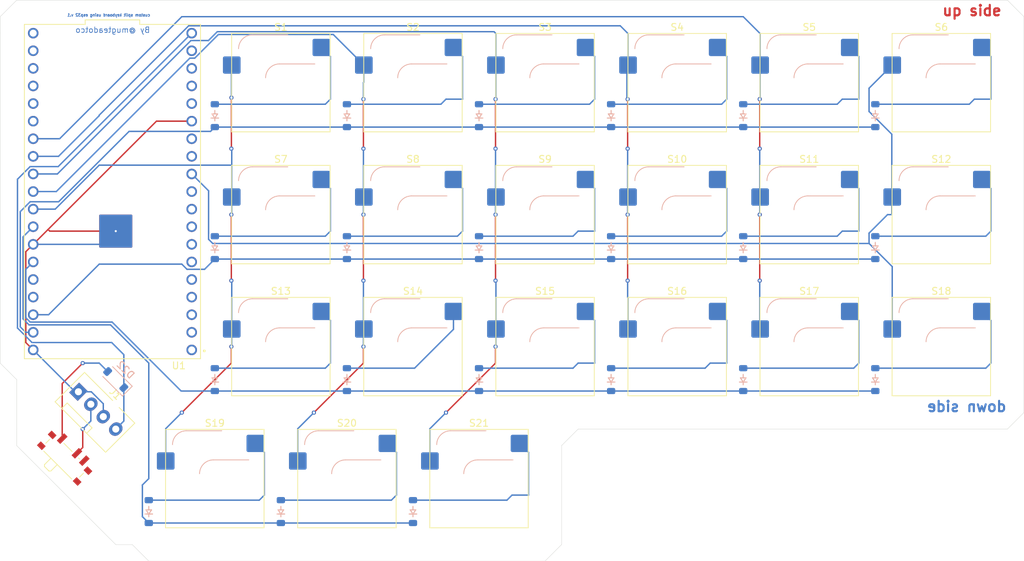
<source format=kicad_pcb>
(kicad_pcb (version 20241229) (generator "pcbnew") (generator_version "9.0")
  (layers (0 "F.Cu" signal) (2 "B.Cu" signal) (13 "F.Paste" user) (15 "B.Paste" user) (5 "F.SilkS" user "F.Silkscreen") (7 "B.SilkS" user "B.Silkscreen") (1 "F.Mask" user) (3 "B.Mask" user) (25 "Edge.Cuts" user))
  (net 0 "")
  (net 1 "Net-(D1-A)")
  (net 2 "Net-(D2-A)")
  (net 3 "Net-(D3-A)")
  (net 4 "Net-(D4-A)")
  (net 5 "Net-(D5-A)")
  (net 6 "Net-(D6-A)")
  (net 7 "Net-(D8-A)")
  (net 8 "Net-(D9-A)")
  (net 9 "Net-(D10-A)")
  (net 10 "Net-(D11-A)")
  (net 11 "Net-(D12-A)")
  (net 12 "Net-(D13-A)")
  (net 13 "Net-(D15-A)")
  (net 14 "Net-(D16-A)")
  (net 15 "Net-(D17-A)")
  (net 16 "Net-(D18-A)")
  (net 17 "Net-(D19-A)")
  (net 18 "Net-(D20-A)")
  (net 19 "col 0")
  (net 20 "row 0")
  (net 42 "Net-(D7-A)")
  (net 43 "Net-(D14-A)")
  (net 44 "Net-(D21-A)")
  (net 46 "vbus")
  (net 49 "gnd")
  (net 51 "sw2")
  (net 52 "Net-(D22-A)")
  (net 53 "row 1")
  (net 54 "row 2")
  (net 55 "row 3")
  (net 56 "col 1")
  (net 57 "col 2")
  (net 58 "col 3")
  (net 59 "col 4")
  (net 60 "col 5")
  (footprint "ScottoKeebs_Hotswap:Hotswap_MX_1.00u" (layer "F.Cu") (at 155.68125 53.2875)
    (property "Reference" "S12")
    (property "Value" "~")
  )
  (footprint "ScottoKeebs_Hotswap:Hotswap_MX_1.00u" (layer "F.Cu") (at 69.95625 91.3875)
    (property "Reference" "S20")
    (property "Value" "~")
  )
  (footprint "ScottoKeebs_Hotswap:Hotswap_MX_1.00u" (layer "F.Cu") (at 155.68125 34.2375)
    (property "Reference" "S6")
    (property "Value" "~")
  )
  (footprint "Connector:FanPinHeader_1x04_P2.54mm_Vertical" (layer "F.Cu") (at 31.230596 78.855596 -45)
    (property "Reference" "J1")
    (property "Value" "Conn_01x04")
  )
  (footprint "Button_Switch_SMD:SW_SPDT_PCM12" (layer "F.Cu") (at 29.475 88.217083 -45)
    (property "Reference" "SW1" (hide yes))
    (property "Value" "SW_SPDT" (hide yes))
  )
  (footprint "ScottoKeebs_Hotswap:Hotswap_MX_1.00u" (layer "F.Cu") (at 117.58125 34.2375)
    (property "Reference" "S4")
    (property "Value" "~")
  )
  (footprint "esp32s-mine:MODULE_NODEMCU-32S" (layer "F.Cu") (at 36.1425 49.95375 180)
    (property "Reference" "U1")
    (property "Value" "NODEMCU-32S")
  )
  (footprint "ScottoKeebs_Hotswap:Hotswap_MX_1.00u" (layer "F.Cu") (at 98.53125 72.3375)
    (property "Reference" "S15")
    (property "Value" "~")
  )
  (footprint "ScottoKeebs_Hotswap:Hotswap_MX_1.00u" (layer "F.Cu") (at 79.48125 72.3375)
    (property "Reference" "S14")
    (property "Value" "~")
  )
  (footprint "ScottoKeebs_Hotswap:Hotswap_MX_1.00u" (layer "F.Cu") (at 79.48125 34.2375)
    (property "Reference" "S2")
    (property "Value" "~")
  )
  (footprint "ScottoKeebs_Hotswap:Hotswap_MX_1.00u" (layer "F.Cu") (at 79.48125 53.2875)
    (property "Reference" "S8")
    (property "Value" "~")
  )
  (footprint "ScottoKeebs_Hotswap:Hotswap_MX_1.00u" (layer "F.Cu") (at 98.53125 34.2375)
    (property "Reference" "S3")
    (property "Value" "~")
  )
  (footprint "ScottoKeebs_Hotswap:Hotswap_MX_1.00u" (layer "F.Cu") (at 60.43125 34.2375)
    (property "Reference" "S1")
    (property "Value" "~")
  )
  (footprint "ScottoKeebs_Hotswap:Hotswap_MX_1.00u" (layer "F.Cu") (at 89.00625 91.3875)
    (property "Reference" "S21")
    (property "Value" "~")
  )
  (footprint "ScottoKeebs_Hotswap:Hotswap_MX_1.00u" (layer "F.Cu") (at 50.90625 91.3875)
    (property "Reference" "S19")
    (property "Value" "~")
  )
  (footprint "ScottoKeebs_Hotswap:Hotswap_MX_1.00u" (layer "F.Cu") (at 117.58125 72.3375)
    (property "Reference" "S16")
    (property "Value" "~")
  )
  (footprint "ScottoKeebs_Hotswap:Hotswap_MX_1.00u" (layer "F.Cu") (at 60.43125 72.3375)
    (property "Reference" "S13")
    (property "Value" "~")
  )
  (footprint "ScottoKeebs_Hotswap:Hotswap_MX_1.00u" (layer "F.Cu") (at 136.63125 34.2375)
    (property "Reference" "S5")
    (property "Value" "~")
  )
  (footprint "ScottoKeebs_Hotswap:Hotswap_MX_1.00u" (layer "F.Cu") (at 136.63125 53.2875)
    (property "Reference" "S11")
    (property "Value" "~")
  )
  (footprint "ScottoKeebs_Hotswap:Hotswap_MX_1.00u" (layer "F.Cu") (at 98.53125 53.2875)
    (property "Reference" "S9")
    (property "Value" "~")
  )
  (footprint "ScottoKeebs_Hotswap:Hotswap_MX_1.00u" (layer "F.Cu") (at 117.58125 53.2875)
    (property "Reference" "S10")
    (property "Value" "~")
  )
  (footprint "ScottoKeebs_Hotswap:Hotswap_MX_1.00u" (layer "F.Cu") (at 155.68125 72.3375)
    (property "Reference" "S18")
    (property "Value" "~")
  )
  (footprint "ScottoKeebs_Hotswap:Hotswap_MX_1.00u" (layer "F.Cu") (at 60.43125 53.2875)
    (property "Reference" "S7")
    (property "Value" "~")
  )
  (footprint "ScottoKeebs_Hotswap:Hotswap_MX_1.00u" (layer "F.Cu") (at 136.63125 72.3375)
    (property "Reference" "S17")
    (property "Value" "~")
  )
  (footprint "ScottoKeebs_Components:Diode_SOD-123" (layer "B.Cu") (at 89.00625 58.05 90)
    (property "Reference" "D9" (hide yes))
    (property "Value" "~")
  )
  (footprint "ScottoKeebs_Components:Diode_SOD-123" (layer "B.Cu") (at 50.90625 77.1 90)
    (property "Reference" "D13" (hide yes))
    (property "Value" "~")
  )
  (footprint "ScottoKeebs_Components:Diode_SOD-123" (layer "B.Cu") (at 127.10625 58.05 90)
    (property "Reference" "D11" (hide yes))
    (property "Value" "~")
  )
  (footprint "ScottoKeebs_Components:Diode_SOD-123" (layer "B.Cu") (at 69.95625 39 90)
    (property "Reference" "D2" (hide yes))
    (property "Value" "~")
  )
  (footprint "ScottoKeebs_Components:Diode_SOD-123" (layer "B.Cu") (at 108.05625 58.05 90)
    (property "Reference" "D10" (hide yes))
    (property "Value" "~")
  )
  (footprint "ScottoKeebs_Components:Diode_SOD-123" (layer "B.Cu") (at 108.05625 77.1 90)
    (property "Reference" "D16" (hide yes))
    (property "Value" "~")
  )
  (footprint "ScottoKeebs_Components:Diode_SOD-123" (layer "B.Cu") (at 41.38125 96.15 90)
    (property "Reference" "D19" (hide yes))
    (property "Value" "~")
  )
  (footprint "ScottoKeebs_Components:Diode_SOD-123" (layer "B.Cu") (at 108.05625 39 90)
    (property "Reference" "D4" (hide yes))
    (property "Value" "~")
  )
  (footprint "ScottoKeebs_Components:Diode_SOD-123" (layer "B.Cu") (at 146.15625 77.1 90)
    (property "Reference" "D18" (hide yes))
    (property "Value" "~")
  )
  (footprint "ScottoKeebs_Components:Diode_SOD-123" (layer "B.Cu") (at 146.15625 58.05 90)
    (property "Reference" "D12" (hide yes))
    (property "Value" "~")
  )
  (footprint "ScottoKeebs_Components:Diode_SOD-123" (layer "B.Cu") (at 127.10625 39 90)
    (property "Reference" "D5" (hide yes))
    (property "Value" "~")
  )
  (footprint "ScottoKeebs_Components:Diode_SOD-123" (layer "B.Cu") (at 79.48125 96.15 90)
    (property "Reference" "D21" (hide yes))
    (property "Value" "~")
  )
  (footprint "ScottoKeebs_Components:Diode_SOD-123" (layer "B.Cu") (at 50.90625 39 90)
    (property "Reference" "D1" (hide yes))
    (property "Value" "~")
  )
  (footprint "ScottoKeebs_Components:Diode_SOD-123" (layer "B.Cu") (at 50.90625 58.05 90)
    (property "Reference" "D7" (hide yes))
    (property "Value" "~")
  )
  (footprint "ScottoKeebs_Components:Diode_SOD-123" (layer "B.Cu") (at 127.10625 77.1 90)
    (property "Reference" "D17" (hide yes))
    (property "Value" "~")
  )
  (footprint "ScottoKeebs_Components:Diode_SOD-123" (layer "B.Cu") (at 69.95625 77.1 90)
    (property "Reference" "D14" (hide yes))
    (property "Value" "~")
  )
  (footprint "ScottoKeebs_Components:Diode_SOD-123" (layer "B.Cu") (at 89.00625 39 90)
    (property "Reference" "D3" (hide yes))
    (property "Value" "~")
  )
  (footprint "ScottoKeebs_Components:Diode_SOD-123" (layer "B.Cu") (at 146.15625 39 90)
    (property "Reference" "D6" (hide yes))
    (property "Value" "~")
  )
  (footprint "Diode_SMD:D_SOD-123" (layer "B.Cu") (at 36.61875 77.1 135)
    (property "Reference" "D22")
    (property "Value" "D_Schottky" (hide yes))
  )
  (footprint "ScottoKeebs_Components:Diode_SOD-123" (layer "B.Cu") (at 60.43125 96.15 90)
    (property "Reference" "D20" (hide yes))
    (property "Value" "~")
  )
  (footprint "ScottoKeebs_Components:Diode_SOD-123" (layer "B.Cu") (at 69.95625 58.05 90)
    (property "Reference" "D8" (hide yes))
    (property "Value" "~")
  )
  (footprint "ScottoKeebs_Components:Diode_SOD-123" (layer "B.Cu") (at 89.00625 77.1 90)
    (property "Reference" "D15" (hide yes))
    (property "Value" "~")
  )
  (gr_line (start 36.61875 100.9125) (end 39 100.9125) (stroke (width 0.05)) (layer "Edge.Cuts"))
  (gr_line (start 100.9125 100.9125) (end 98.53125 103.29375) (stroke (width 0.05)) (layer "Edge.Cuts"))
  (gr_line (start 22.33125 77.1) (end 22.33125 79.48125) (stroke (width 0.05)) (layer "Edge.Cuts"))
  (gr_line (start 22.33125 79.48125) (end 22.33125 84.24375) (stroke (width 0.05)) (layer "Edge.Cuts"))
  (gr_line (start 22.33125 77.1) (end 19.95 74.71875) (stroke (width 0.05)) (layer "Edge.Cuts"))
  (gr_line (start 22.33125 84.24375) (end 22.33125 86.625) (stroke (width 0.05)) (layer "Edge.Cuts"))
  (gr_line (start 22.33125 86.625) (end 36.61875 100.9125) (stroke (width 0.05)) (layer "Edge.Cuts"))
  (gr_line (start 98.53125 103.29375) (end 43.7625 103.29375) (stroke (width 0.05)) (layer "Edge.Cuts"))
  (gr_line (start 100.9125 86.625) (end 100.9125 100.9125) (stroke (width 0.05)) (layer "Edge.Cuts"))
  (gr_line (start 19.95 74.71875) (end 19.95 27.09375) (stroke (width 0.05)) (layer "Edge.Cuts"))
  (gr_line (start 41.38125 103.29375) (end 39 100.9125) (stroke (width 0.05)) (layer "Edge.Cuts"))
  (gr_line (start 19.95 24.7125) (end 22.33125 22.33125) (stroke (width 0.05)) (layer "Edge.Cuts"))
  (gr_line (start 22.33125 22.33125) (end 162.825 22.33125) (stroke (width 0.05)) (layer "Edge.Cuts"))
  (gr_line (start 43.7625 103.29375) (end 41.38125 103.29375) (stroke (width 0.05)) (layer "Edge.Cuts"))
  (gr_line (start 165.20625 84.24375) (end 103.29375 84.24375) (stroke (width 0.05)) (layer "Edge.Cuts"))
  (gr_line (start 167.5875 81.8625) (end 165.20625 84.24375) (stroke (width 0.05)) (layer "Edge.Cuts"))
  (gr_line (start 165.20625 22.33125) (end 167.5875 24.7125) (stroke (width 0.05)) (layer "Edge.Cuts"))
  (gr_line (start 162.825 22.33125) (end 165.20625 22.33125) (stroke (width 0.05)) (layer "Edge.Cuts"))
  (gr_line (start 19.95 27.09375) (end 19.95 24.7125) (stroke (width 0.05)) (layer "Edge.Cuts"))
  (gr_line (start 103.29375 84.24375) (end 100.9125 86.625) (stroke (width 0.05)) (layer "Edge.Cuts"))
  (gr_line (start 167.5875 24.7125) (end 167.5875 81.8625) (stroke (width 0.05)) (layer "Edge.Cuts"))
  (gr_text "up side" (at 155.68125 24.7125 0) (layer "F.Cu") (effects (font (size 1.5 1.5) (thickness 0.3) (bold yes)) (justify left bottom)))
  (gr_text "down side" (at 165.20625 81.8625 -0) (layer "B.Cu") (effects (font (size 1.5 1.5) (thickness 0.3) (bold yes)) (justify left bottom mirror)))
  (gr_text "custom split keyboard using esp32 v.1" (at 41.618812 24.7125 -0) (layer "B.Cu") (effects (font (size 0.4 0.4) (thickness 0.1) (bold yes)) (justify left bottom mirror)))
  (gr_text "By @mugteadotco" (at 41.618812 27.09375 0) (layer "B.Cu") (effects (font (size 0.8 0.8) (thickness 0.1) (bold yes)) (justify left bottom mirror)))
  (segment (start 66.27325 29.1575) (end 67.575 30.45925) (width 0.2) (layer "B.Cu") (net 1))
  (segment (start 67.575 36.61875) (end 66.84375 37.35) (width 0.2) (layer "B.Cu") (net 1))
  (segment (start 66.84375 37.35) (end 50.90625 37.35) (width 0.2) (layer "B.Cu") (net 1))
  (segment (start 67.575 30.45925) (end 67.575 36.61875) (width 0.2) (layer "B.Cu") (net 1))
  (segment (start 84.24375 36.61875) (end 83.5125 37.35) (width 0.2) (layer "B.Cu") (net 2))
  (segment (start 85.32325 29.1575) (end 86.625 30.45925) (width 0.2) (layer "B.Cu") (net 2))
  (segment (start 86.625 36.61875) (end 84.24375 36.61875) (width 0.2) (layer "B.Cu") (net 2))
  (segment (start 83.5125 37.35) (end 69.95625 37.35) (width 0.2) (layer "B.Cu") (net 2))
  (segment (start 86.625 30.45925) (end 86.625 36.61875) (width 0.2) (layer "B.Cu") (net 2))
  (segment (start 104.37325 29.1575) (end 105.675 30.45925) (width 0.2) (layer "B.Cu") (net 3))
  (segment (start 105.675 30.45925) (end 105.675 36.61875) (width 0.2) (layer "B.Cu") (net 3))
  (segment (start 104.94375 37.35) (end 89.00625 37.35) (width 0.2) (layer "B.Cu") (net 3))
  (segment (start 105.675 36.61875) (end 104.94375 37.35) (width 0.2) (layer "B.Cu") (net 3))
  (segment (start 123.99375 37.35) (end 108.05625 37.35) (width 0.2) (layer "B.Cu") (net 4))
  (segment (start 124.725 36.61875) (end 123.99375 37.35) (width 0.2) (layer "B.Cu") (net 4))
  (segment (start 124.725 30.45925) (end 124.725 36.61875) (width 0.2) (layer "B.Cu") (net 4))
  (segment (start 123.42325 29.1575) (end 124.725 30.45925) (width 0.2) (layer "B.Cu") (net 4))
  (segment (start 140.6625 37.35) (end 127.10625 37.35) (width 0.2) (layer "B.Cu") (net 5))
  (segment (start 143.775 36.61875) (end 141.39375 36.61875) (width 0.2) (layer "B.Cu") (net 5))
  (segment (start 141.39375 36.61875) (end 140.6625 37.35) (width 0.2) (layer "B.Cu") (net 5))
  (segment (start 143.775 30.45925) (end 143.775 36.61875) (width 0.2) (layer "B.Cu") (net 5))
  (segment (start 142.47325 29.1575) (end 143.775 30.45925) (width 0.2) (layer "B.Cu") (net 5))
  (segment (start 159.7125 37.35) (end 146.15625 37.35) (width 0.2) (layer "B.Cu") (net 6))
  (segment (start 161.52325 29.1575) (end 162.825 30.45925) (width 0.2) (layer "B.Cu") (net 6))
  (segment (start 162.825 30.45925) (end 162.825 36.61875) (width 0.2) (layer "B.Cu") (net 6))
  (segment (start 160.44375 36.61875) (end 159.7125 37.35) (width 0.2) (layer "B.Cu") (net 6))
  (segment (start 162.825 36.61875) (end 160.44375 36.61875) (width 0.2) (layer "B.Cu") (net 6))
  (segment (start 86.625 49.50925) (end 86.625 55.66875) (width 0.2) (layer "B.Cu") (net 7))
  (segment (start 85.32325 48.2075) (end 86.625 49.50925) (width 0.2) (layer "B.Cu") (net 7))
  (segment (start 86.625 55.66875) (end 85.89375 56.4) (width 0.2) (layer "B.Cu") (net 7))
  (segment (start 85.89375 56.4) (end 69.95625 56.4) (width 0.2) (layer "B.Cu") (net 7))
  (segment (start 104.37325 48.2075) (end 105.675 49.50925) (width 0.2) (layer "B.Cu") (net 8))
  (segment (start 105.675 49.50925) (end 105.675 55.66875) (width 0.2) (layer "B.Cu") (net 8))
  (segment (start 103.29375 55.66875) (end 102.5625 56.4) (width 0.2) (layer "B.Cu") (net 8))
  (segment (start 105.675 55.66875) (end 103.29375 55.66875) (width 0.2) (layer "B.Cu") (net 8))
  (segment (start 102.5625 56.4) (end 89.00625 56.4) (width 0.2) (layer "B.Cu") (net 8))
  (segment (start 123.99375 56.4) (end 108.05625 56.4) (width 0.2) (layer "B.Cu") (net 9))
  (segment (start 124.725 49.50925) (end 124.725 55.66875) (width 0.2) (layer "B.Cu") (net 9))
  (segment (start 124.725 55.66875) (end 123.99375 56.4) (width 0.2) (layer "B.Cu") (net 9))
  (segment (start 123.42325 48.2075) (end 124.725 49.50925) (width 0.2) (layer "B.Cu") (net 9))
  (segment (start 140.6625 56.4) (end 127.10625 56.4) (width 0.2) (layer "B.Cu") (net 10))
  (segment (start 143.775 49.50925) (end 143.775 55.66875) (width 0.2) (layer "B.Cu") (net 10))
  (segment (start 143.775 55.66875) (end 141.39375 55.66875) (width 0.2) (layer "B.Cu") (net 10))
  (segment (start 141.39375 55.66875) (end 140.6625 56.4) (width 0.2) (layer "B.Cu") (net 10))
  (segment (start 142.47325 48.2075) (end 143.775 49.50925) (width 0.2) (layer "B.Cu") (net 10))
  (segment (start 146.15625 56.4) (end 162.09375 56.4) (width 0.2) (layer "B.Cu") (net 11))
  (segment (start 162.825 49.50925) (end 161.52325 48.2075) (width 0.2) (layer "B.Cu") (net 11))
  (segment (start 162.09375 56.4) (end 162.825 55.66875) (width 0.2) (layer "B.Cu") (net 11))
  (segment (start 162.825 55.66875) (end 162.825 49.50925) (width 0.2) (layer "B.Cu") (net 11))
  (segment (start 66.27325 67.2575) (end 67.575 68.55925) (width 0.2) (layer "B.Cu") (net 12))
  (segment (start 66.84375 75.45) (end 50.90625 75.45) (width 0.2) (layer "B.Cu") (net 12))
  (segment (start 67.575 74.71875) (end 66.84375 75.45) (width 0.2) (layer "B.Cu") (net 12))
  (segment (start 67.575 68.55925) (end 67.575 74.71875) (width 0.2) (layer "B.Cu") (net 12))
  (segment (start 105.675 74.71875) (end 103.29375 74.71875) (width 0.2) (layer "B.Cu") (net 13))
  (segment (start 105.675 68.55925) (end 105.675 74.71875) (width 0.2) (layer "B.Cu") (net 13))
  (segment (start 104.37325 67.2575) (end 105.675 68.55925) (width 0.2) (layer "B.Cu") (net 13))
  (segment (start 103.29375 74.71875) (end 102.5625 75.45) (width 0.2) (layer "B.Cu") (net 13))
  (segment (start 102.5625 75.45) (end 89.00625 75.45) (width 0.2) (layer "B.Cu") (net 13))
  (segment (start 121.6125 75.45) (end 108.05625 75.45) (width 0.2) (layer "B.Cu") (net 14))
  (segment (start 123.42325 67.2575) (end 124.725 68.55925) (width 0.2) (layer "B.Cu") (net 14))
  (segment (start 124.725 68.55925) (end 124.725 74.71875) (width 0.2) (layer "B.Cu") (net 14))
  (segment (start 124.725 74.71875) (end 122.34375 74.71875) (width 0.2) (layer "B.Cu") (net 14))
  (segment (start 122.34375 74.71875) (end 121.6125 75.45) (width 0.2) (layer "B.Cu") (net 14))
  (segment (start 143.04375 75.45) (end 127.10625 75.45) (width 0.2) (layer "B.Cu") (net 15))
  (segment (start 143.775 68.55925) (end 143.775 74.71875) (width 0.2) (layer "B.Cu") (net 15))
  (segment (start 142.47325 67.2575) (end 143.775 68.55925) (width 0.2) (layer "B.Cu") (net 15))
  (segment (start 143.775 74.71875) (end 143.04375 75.45) (width 0.2) (layer "B.Cu") (net 15))
  (segment (start 162.825 74.71875) (end 162.09375 75.45) (width 0.2) (layer "B.Cu") (net 16))
  (segment (start 162.09375 75.45) (end 146.15625 75.45) (width 0.2) (layer "B.Cu") (net 16))
  (segment (start 162.825 68.55925) (end 162.825 74.71875) (width 0.2) (layer "B.Cu") (net 16))
  (segment (start 161.52325 67.2575) (end 162.825 68.55925) (width 0.2) (layer "B.Cu") (net 16))
  (segment (start 56.74825 86.3075) (end 58.05 87.60925) (width 0.2) (layer "B.Cu") (net 17))
  (segment (start 58.05 87.60925) (end 58.05 93.76875) (width 0.2) (layer "B.Cu") (net 17))
  (segment (start 58.05 93.76875) (end 57.31875 94.5) (width 0.2) (layer "B.Cu") (net 17))
  (segment (start 57.31875 94.5) (end 41.38125 94.5) (width 0.2) (layer "B.Cu") (net 17))
  (segment (start 77.1 87.60925) (end 77.1 93.76875) (width 0.2) (layer "B.Cu") (net 18))
  (segment (start 77.1 93.76875) (end 76.36875 94.5) (width 0.2) (layer "B.Cu") (net 18))
  (segment (start 75.79825 86.3075) (end 77.1 87.60925) (width 0.2) (layer "B.Cu") (net 18))
  (segment (start 76.36875 94.5) (end 60.43125 94.5) (width 0.2) (layer "B.Cu") (net 18))
  (segment (start 53.2875 53.2875) (end 53.2875 62.8125) (width 0.2) (layer "F.Cu") (net 19))
  (segment (start 53.298388 43.751612) (end 53.2875 43.7625) (width 0.2) (layer "F.Cu") (net 19))
  (segment (start 53.2875 74.71875) (end 53.2875 72.3375) (width 0.2) (layer "F.Cu") (net 19))
  (segment (start 46.14375 81.8625) (end 53.2875 74.71875) (width 0.2) (layer "F.Cu") (net 19))
  (segment (start 53.298388 36.4) (end 53.298388 43.751612) (width 0.2) (layer "F.Cu") (net 19))
  (via (at 46.14375 81.8625) (size 0.6) (drill 0.3) (layers "F.Cu" "B.Cu") (net 19))
  (via (at 53.2875 62.8125) (size 0.6) (drill 0.3) (layers "F.Cu" "B.Cu") (net 19))
  (via (at 53.2875 72.3375) (size 0.6) (drill 0.3) (layers "F.Cu" "B.Cu") (net 19))
  (via (at 53.2875 43.7625) (size 0.6) (drill 0.3) (layers "F.Cu" "B.Cu") (net 19))
  (via (at 53.2875 53.2875) (size 0.6) (drill 0.3) (layers "F.Cu" "B.Cu") (net 19))
  (via (at 53.298388 36.4) (size 0.6) (drill 0.3) (layers "F.Cu" "B.Cu") (net 19))
  (segment (start 43.82125 88.8475) (end 43.82125 84.185) (width 0.2) (layer "B.Cu") (net 19))
  (segment (start 24.7125 52.49375) (end 27.8875 52.49375) (width 0.2) (layer "B.Cu") (net 19))
  (segment (start 53.2875 43.7625) (end 53.34625 43.82125) (width 0.2) (layer "B.Cu") (net 19))
  (segment (start 53.34625 31.6975) (end 53.298388 31.745362) (width 0.2) (layer "B.Cu") (net 19))
  (segment (start 27.8875 52.49375) (end 34.2375 46.14375) (width 0.2) (layer "B.Cu") (net 19))
  (segment (start 43.82125 84.185) (end 46.14375 81.8625) (width 0.2) (layer "B.Cu") (net 19))
  (segment (start 53.34625 53.22875) (end 53.34625 50.7475) (width 0.2) (layer "B.Cu") (net 19))
  (segment (start 53.2875 53.2875) (end 53.34625 53.22875) (width 0.2) (layer "B.Cu") (net 19))
  (segment (start 53.2875 62.8125) (end 53.34625 62.87125) (width 0.2) (layer "B.Cu") (net 19))
  (segment (start 53.298388 31.745362) (end 53.298388 36.4) (width 0.2) (layer "B.Cu") (net 19))
  (segment (start 53.34625 72.27875) (end 53.34625 69.7975) (width 0.2) (layer "B.Cu") (net 19))
  (segment (start 53.2875 72.3375) (end 53.34625 72.27875) (width 0.2) (layer "B.Cu") (net 19))
  (segment (start 53.34625 46.14375) (end 53.34625 50.7475) (width 0.2) (layer "B.Cu") (net 19))
  (segment (start 53.34625 31.6975) (end 52.3865 32.65725) (width 0.2) (layer "B.Cu") (net 19))
  (segment (start 53.34625 43.82125) (end 53.34625 46.14375) (width 0.2) (layer "B.Cu") (net 19))
  (segment (start 53.34625 62.87125) (end 53.34625 69.7975) (width 0.2) (layer "B.Cu") (net 19))
  (segment (start 34.2375 46.14375) (end 53.34625 46.14375) (width 0.2) (layer "B.Cu") (net 19))
  (segment (start 23.63487 70.27375) (end 22.8475 69.48638) (width 0.2) (layer "B.Cu") (net 20))
  (segment (start 24.7125 70.27375) (end 23.63487 70.27375) (width 0.2) (layer "B.Cu") (net 20))
  (segment (start 38.5434 41.27075) (end 50.2855 41.27075) (width 0.2) (layer "B.Cu") (net 20))
  (segment (start 28.3834 51.43075) (end 38.5434 41.27075) (width 0.2) (layer "B.Cu") (net 20))
  (segment (start 22.8475 52.85544) (end 24.27219 51.43075) (width 0.2) (layer "B.Cu") (net 20))
  (segment (start 22.8475 69.48638) (end 22.8475 52.85544) (width 0.2) (layer "B.Cu") (net 20))
  (segment (start 50.2855 41.27075) (end 50.90625 40.65) (width 0.2) (layer "B.Cu") (net 20))
  (segment (start 24.27219 51.43075) (end 28.3834 51.43075) (width 0.2) (layer "B.Cu") (net 20))
  (segment (start 146.15625 40.65) (end 50.90625 40.65) (width 0.2) (layer "B.Cu") (net 20))
  (segment (start 67.575 49.50925) (end 67.575 55.66875) (width 0.2) (layer "B.Cu") (net 42))
  (segment (start 67.575 55.66875) (end 66.84375 56.4) (width 0.2) (layer "B.Cu") (net 42))
  (segment (start 66.27325 48.2075) (end 67.575 49.50925) (width 0.2) (layer "B.Cu") (net 42))
  (segment (start 66.84375 56.4) (end 50.90625 56.4) (width 0.2) (layer "B.Cu") (net 42))
  (segment (start 79.714924 75.45) (end 85.32325 69.841674) (width 0.2) (layer "B.Cu") (net 43))
  (segment (start 69.95625 75.45) (end 79.714924 75.45) (width 0.2) (layer "B.Cu") (net 43))
  (segment (start 85.32325 69.841674) (end 85.32325 67.2575) (width 0.2) (layer "B.Cu") (net 43))
  (segment (start 96.15 93.76875) (end 93.76875 93.76875) (width 0.2) (layer "B.Cu") (net 44))
  (segment (start 93.76875 93.76875) (end 93.0375 94.5) (width 0.2) (layer "B.Cu") (net 44))
  (segment (start 94.84825 86.3075) (end 96.15 87.60925) (width 0.2) (layer "B.Cu") (net 44))
  (segment (start 93.0375 94.5) (end 79.48125 94.5) (width 0.2) (layer "B.Cu") (net 44))
  (segment (start 96.15 87.60925) (end 96.15 93.76875) (width 0.2) (layer "B.Cu") (net 44))
  (segment (start 37.785476 78.266726) (end 37.785476 73.504226) (width 0.2) (layer "B.Cu") (net 46))
  (segment (start 37.785476 83.077024) (end 37.785476 78.266726) (width 0.2) (layer "B.Cu") (net 46))
  (segment (start 24.27219 46.35075) (end 28.3155 46.35075) (width 0.2) (layer "B.Cu") (net 46))
  (segment (start 22.4465 69.65248) (end 22.4465 48.17644) (width 0.2) (layer "B.Cu") (net 46))
  (segment (start 37.785476 73.504226) (end 36.032 71.75075) (width 0.2) (layer "B.Cu") (net 46))
  (segment (start 36.61875 84.24375) (end 37.785476 83.077024) (width 0.2) (layer "B.Cu") (net 46))
  (segment (start 22.4465 48.17644) (end 24.27219 46.35075) (width 0.2) (layer "B.Cu") (net 46))
  (segment (start 24.54477 71.75075) (end 22.4465 69.65248) (width 0.2) (layer "B.Cu") (net 46))
  (segment (start 36.032 71.75075) (end 24.54477 71.75075) (width 0.2) (layer "B.Cu") (net 46))
  (segment (start 28.3155 46.35075) (end 47.5725 27.09375) (width 0.2) (layer "B.Cu") (net 46))
  (segment (start 23.6495 58.63675) (end 23.6495 71.75075) (width 0.2) (layer "F.Cu") (net 49))
  (segment (start 42.4925 39.79375) (end 26.855625 55.430625) (width 0.2) (layer "F.Cu") (net 49))
  (segment (start 23.6495 71.75075) (end 24.7125 72.81375) (width 0.2) (layer "F.Cu") (net 49))
  (segment (start 47.5725 39.79375) (end 42.4925 39.79375) (width 0.2) (layer "F.Cu") (net 49))
  (segment (start 36.61875 55.66875) (end 27.09375 55.66875) (width 0.2) (layer "F.Cu") (net 49))
  (segment (start 24.7125 57.57375) (end 23.6495 58.63675) (width 0.2) (layer "F.Cu") (net 49))
  (segment (start 26.855625 55.430625) (end 24.7125 57.57375) (width 0.2) (layer "F.Cu") (net 49))
  (segment (start 27.09375 55.66875) (end 26.855625 55.430625) (width 0.2) (layer "F.Cu") (net 49))
  (via (at 36.61875 55.66875) (size 0.6) (drill 0.3) (layers "F.Cu" "B.Cu") (net 49))
  (segment (start 34.71375 57.57375) (end 24.7125 57.57375) (width 0.2) (layer "B.Cu") (net 49))
  (segment (start 31.230596 78.855596) (end 30.754346 78.855596) (width 0.2) (layer "B.Cu") (net 49))
  (segment (start 33.091702 78.855596) (end 31.230596 78.855596) (width 0.2) (layer "B.Cu") (net 49))
  (segment (start 34.822698 80.586592) (end 33.091702 78.855596) (width 0.2) (layer "B.Cu") (net 49))
  (segment (start 30.754346 78.855596) (end 24.7125 72.81375) (width 0.2) (layer "B.Cu") (net 49))
  (segment (start 34.822698 82.447698) (end 34.822698 80.586592) (width 0.2) (layer "B.Cu") (net 49))
  (segment (start 36.61875 55.66875) (end 34.71375 57.57375) (width 0.2) (layer "B.Cu") (net 49))
  (segment (start 31.85625 86.896493) (end 31.016493 87.73625) (width 0.2) (layer "F.Cu") (net 51))
  (segment (start 31.85625 84.24375) (end 31.85625 86.896493) (width 0.2) (layer "F.Cu") (net 51))
  (via (at 31.85625 84.24375) (size 0.6) (drill 0.3) (layers "F.Cu" "B.Cu") (net 51))
  (segment (start 33.026647 83.073353) (end 31.85625 84.24375) (width 0.2) (layer "B.Cu") (net 51))
  (segment (start 33.026647 80.651647) (end 33.026647 83.073353) (width 0.2) (layer "B.Cu") (net 51))
  (segment (start 28.895172 85.61493) (end 28.895172 77.679828) (width 0.2) (layer "F.Cu") (net 52))
  (segment (start 28.895172 77.679828) (end 31.85625 74.71875) (width 0.2) (layer "F.Cu") (net 52))
  (via (at 31.85625 74.71875) (size 0.6) (drill 0.3) (layers "F.Cu" "B.Cu") (net 52))
  (segment (start 34.2375 74.71875) (end 35.452024 75.933274) (width 0.2) (layer "B.Cu") (net 52))
  (segment (start 31.85625 74.71875) (end 34.2375 74.71875) (width 0.2) (layer "B.Cu") (net 52))
  (segment (start 49.4295 61.17675) (end 50.90625 59.7) (width 0.2) (layer "B.Cu") (net 53))
  (segment (start 146.15625 59.7) (end 50.90625 59.7) (width 0.2) (layer "B.Cu") (net 53))
  (segment (start 46.14375 60.43125) (end 46.88925 61.17675) (width 0.2) (layer "B.Cu") (net 53))
  (segment (start 34.2375 60.43125) (end 46.14375 60.43125) (width 0.2) (layer "B.Cu") (net 53))
  (segment (start 24.7125 67.73375) (end 26.935 67.73375) (width 0.2) (layer "B.Cu") (net 53))
  (segment (start 46.88925 61.17675) (end 49.4295 61.17675) (width 0.2) (layer "B.Cu") (net 53))
  (segment (start 26.935 67.73375) (end 34.2375 60.43125) (width 0.2) (layer "B.Cu") (net 53))
  (segment (start 24.27219 68.79675) (end 23.6495 68.17406) (width 0.2) (layer "B.Cu") (net 54))
  (segment (start 36.09425 68.79675) (end 24.27219 68.79675) (width 0.2) (layer "B.Cu") (net 54))
  (segment (start 146.15625 78.75) (end 50.90625 78.75) (width 0.2) (layer "B.Cu") (net 54))
  (segment (start 23.6495 68.17406) (end 23.6495 61.17675) (width 0.2) (layer "B.Cu") (net 54))
  (segment (start 46.0475 78.75) (end 36.09425 68.79675) (width 0.2) (layer "B.Cu") (net 54))
  (segment (start 50.90625 78.75) (end 46.0475 78.75) (width 0.2) (layer "B.Cu") (net 54))
  (segment (start 23.6495 61.17675) (end 24.7125 60.11375) (width 0.2) (layer "B.Cu") (net 54))
  (segment (start 35.86025 69.19775) (end 24.10609 69.19775) (width 0.2) (layer "B.Cu") (net 55))
  (segment (start 41.38125 74.71875) (end 35.86025 69.19775) (width 0.2) (layer "B.Cu") (net 55))
  (segment (start 24.10609 69.19775) (end 23.2485 68.34016) (width 0.2) (layer "B.Cu") (net 55))
  (segment (start 41.38125 97.8) (end 79.48125 97.8) (width 0.2) (layer "B.Cu") (net 55))
  (segment (start 41.38125 74.71875) (end 41.38125 91.3875) (width 0.2) (layer "B.Cu") (net 55))
  (segment (start 41.38125 91.3875) (end 40.461571 92.307179) (width 0.2) (layer "B.Cu") (net 55))
  (segment (start 40.461571 96.880321) (end 41.38125 97.8) (width 0.2) (layer "B.Cu") (net 55))
  (segment (start 40.461571 92.307179) (end 40.461571 96.880321) (width 0.2) (layer "B.Cu") (net 55))
  (segment (start 23.2485 56.49775) (end 24.7125 55.03375) (width 0.2) (layer "B.Cu") (net 55))
  (segment (start 23.2485 68.34016) (end 23.2485 56.49775) (width 0.2) (layer "B.Cu") (net 55))
  (segment (start 72.3375 62.8125) (end 72.3375 53.2875) (width 0.2) (layer "F.Cu") (net 56))
  (segment (start 72.3375 43.7625) (end 72.3375 36.61875) (width 0.2) (layer "F.Cu") (net 56))
  (segment (start 72.3375 74.71875) (end 72.3375 72.3375) (width 0.2) (layer "F.Cu") (net 56))
  (segment (start 65.19375 81.8625) (end 72.3375 74.71875) (width 0.2) (layer "F.Cu") (net 56))
  (via (at 65.19375 81.8625) (size 0.6) (drill 0.3) (layers "F.Cu" "B.Cu") (net 56))
  (via (at 72.3375 53.2875) (size 0.6) (drill 0.3) (layers "F.Cu" "B.Cu") (net 56))
  (via (at 72.3375 72.3375) (size 0.6) (drill 0.3) (layers "F.Cu" "B.Cu") (net 56))
  (via (at 72.3375 62.8125) (size 0.6) (drill 0.3) (layers "F.Cu" "B.Cu") (net 56))
  (via (at 72.3375 43.7625) (size 0.6) (drill 0.3) (layers "F.Cu" "B.Cu") (net 56))
  (via (at 72.3375 36.61875) (size 0.6) (drill 0.3) (layers "F.Cu" "B.Cu") (net 56))
  (segment (start 72.39625 34.17875) (end 72.39625 31.6975) (width 0.2) (layer "B.Cu") (net 56))
  (segment (start 72.3375 34.2375) (end 72.39625 34.17875) (width 0.2) (layer "B.Cu") (net 56))
  (segment (start 67.98025 27.2815) (end 72.39625 31.6975) (width 0.2) (layer "B.Cu") (net 56))
  (segment (start 51.42806 27.2815) (end 67.98025 27.2815) (width 0.2) (layer "B.Cu") (net 56))
  (segment (start 72.3375 72.3375) (end 72.3375 62.8125) (width 0.2) (layer "B.Cu") (net 56))
  (segment (start 62.87125 88.8475) (end 62.87125 84.185) (width 0.2) (layer "B.Cu") (net 56))
  (segment (start 24.7125 49.95375) (end 28.04625 49.95375) (width 0.2) (layer "B.Cu") (net 56))
  (segment (start 62.87125 84.185) (end 65.19375 81.8625) (width 0.2) (layer "B.Cu") (net 56))
  (segment (start 47.30325 30.69675) (end 48.01281 30.69675) (width 0.2) (layer "B.Cu") (net 56))
  (segment (start 72.3375 53.2875) (end 72.3375 43.7625) (width 0.2) (layer "B.Cu") (net 56))
  (segment (start 48.01281 30.69675) (end 51.42806 27.2815) (width 0.2) (layer "B.Cu") (net 56))
  (segment (start 72.3375 36.61875) (end 72.3375 34.2375) (width 0.2) (layer "B.Cu") (net 56))
  (segment (start 28.04625 49.95375) (end 47.30325 30.69675) (width 0.2) (layer "B.Cu") (net 56))
  (segment (start 91.3875 53.2875) (end 91.3875 62.8125) (width 0.2) (layer "F.Cu") (net 57))
  (segment (start 91.3875 36.61875) (end 91.3875 43.7625) (width 0.2) (layer "F.Cu") (net 57))
  (segment (start 91.3875 74.71875) (end 91.3875 72.3375) (width 0.2) (layer "F.Cu") (net 57))
  (segment (start 84.24375 81.8625) (end 91.3875 74.71875) (width 0.2) (layer "F.Cu") (net 57))
  (via (at 84.24375 81.8625) (size 0.6) (drill 0.3) (layers "F.Cu" "B.Cu") (net 57))
  (via (at 91.3875 36.61875) (size 0.6) (drill 0.3) (layers "F.Cu" "B.Cu") (net 57))
  (via (at 91.3875 53.2875) (size 0.6) (drill 0.3) (layers "F.Cu" "B.Cu") (net 57))
  (via (at 91.3875 62.8125) (size 0.6) (drill 0.3) (layers "F.Cu" "B.Cu") (net 57))
  (via (at 91.3875 72.3375) (size 0.6) (drill 0.3) (layers "F.Cu" "B.Cu") (net 57))
  (via (at 91.3875 43.7625) (size 0.6) (drill 0.3) (layers "F.Cu" "B.Cu") (net 57))
  (segment (start 81.92125 88.8475) (end 81.92125 84.185) (width 0.2) (layer "B.Cu") (net 57))
  (segment (start 91.44625 36.56) (end 91.3875 36.61875) (width 0.2) (layer "B.Cu") (net 57))
  (segment (start 91.3875 43.7625) (end 91.3875 53.2875) (width 0.2) (layer "B.Cu") (net 57))
  (segment (start 91.3875 62.8125) (end 91.44625 62.87125) (width 0.2) (layer "B.Cu") (net 57))
  (segment (start 81.92125 84.185) (end 84.24375 81.8625) (width 0.2) (layer "B.Cu") (net 57))
  (segment (start 47.462 28.15675) (end 49.98571 28.15675) (width 0.2) (layer "B.Cu") (net 57))
  (segment (start 91.3875 72.3375) (end 91.44625 72.27875) (width 0.2) (layer "B.Cu") (net 57))
  (segment (start 91.44625 72.27875) (end 91.44625 69.7975) (width 0.2) (layer "B.Cu") (net 57))
  (segment (start 91.44625 27.1525) (end 91.44625 31.6975) (width 0.2) (layer "B.Cu") (net 57))
  (segment (start 91.17425 26.8805) (end 91.44625 27.1525) (width 0.2) (layer "B.Cu") (net 57))
  (segment (start 91.44625 62.87125) (end 91.44625 69.7975) (width 0.2) (layer "B.Cu") (net 57))
  (segment (start 24.7125 47.41375) (end 28.205 47.41375) (width 0.2) (layer "B.Cu") (net 57))
  (segment (start 28.205 47.41375) (end 47.462 28.15675) (width 0.2) (layer "B.Cu") (net 57))
  (segment (start 91.44625 31.6975) (end 91.44625 36.56) (width 0.2) (layer "B.Cu") (net 57))
  (segment (start 51.26196 26.8805) (end 91.17425 26.8805) (width 0.2) (layer "B.Cu") (net 57))
  (segment (start 49.98571 28.15675) (end 51.26196 26.8805) (width 0.2) (layer "B.Cu") (net 57))
  (segment (start 110.4375 53.2875) (end 110.4375 62.8125) (width 0.2) (layer "F.Cu") (net 58))
  (segment (start 110.4375 36.61875) (end 110.4375 43.7625) (width 0.2) (layer "F.Cu") (net 58))
  (via (at 110.4375 36.61875) (size 0.6) (drill 0.3) (layers "F.Cu" "B.Cu") (net 58))
  (via (at 110.4375 43.7625) (size 0.6) (drill 0.3) (layers "F.Cu" "B.Cu") (net 58))
  (via (at 110.4375 53.2875) (size 0.6) (drill 0.3) (layers "F.Cu" "B.Cu") (net 58))
  (via (at 110.4375 62.8125) (size 0.6) (drill 0.3) (layers "F.Cu" "B.Cu") (net 58))
  (segment (start 34.2375 38.92544) (end 47.13219 26.03075) (width 0.2) (layer "B.Cu") (net 58))
  (segment (start 24.7125 44.87375) (end 28.36375 44.87375) (width 0.2) (layer "B.Cu") (net 58))
  (segment (start 110.49625 31.6975) (end 110.3375 31.85625) (width 0.2) (layer "B.Cu") (net 58))
  (segment (start 109.3745 26.03075) (end 110.49625 27.1525) (width 0.2) (layer "B.Cu") (net 58))
  (segment (start 110.49625 65.2525) (end 110.49625 69.7975) (width 0.2) (layer "B.Cu") (net 58))
  (segment (start 110.4375 62.8125) (end 110.4375 65.19375) (width 0.2) (layer "B.Cu") (net 58))
  (segment (start 47.13219 26.03075) (end 109.3745 26.03075) (width 0.2) (layer "B.Cu") (net 58))
  (segment (start 110.49625 27.1525) (end 110.49625 31.6975) (width 0.2) (layer "B.Cu") (net 58))
  (segment (start 110.4375 65.19375) (end 110.49625 65.2525) (width 0.2) (layer "B.Cu") (net 58))
  (segment (start 28.36375 44.87375) (end 34.2375 39) (width 0.2) (layer "B.Cu") (net 58))
  (segment (start 110.3375 31.85625) (end 110.3375 36.51875) (width 0.2) (layer "B.Cu") (net 58))
  (segment (start 110.4375 43.7625) (end 110.4375 53.2875) (width 0.2) (layer "B.Cu") (net 58))
  (segment (start 110.3375 36.51875) (end 110.4375 36.61875) (width 0.2) (layer "B.Cu") (net 58))
  (segment (start 34.2375 39) (end 34.2375 38.92544) (width 0.2) (layer "B.Cu") (net 58))
  (segment (start 129.4875 36.61875) (end 129.4875 43.7625) (width 0.2) (layer "F.Cu") (net 59))
  (segment (start 129.4875 53.2875) (end 129.4875 62.8125) (width 0.2) (layer "F.Cu") (net 59))
  (via (at 129.4875 36.61875) (size 0.6) (drill 0.3) (layers "F.Cu" "B.Cu") (net 59))
  (via (at 129.4875 62.8125) (size 0.6) (drill 0.3) (layers "F.Cu" "B.Cu") (net 59))
  (via (at 129.4875 53.2875) (size 0.6) (drill 0.3) (layers "F.Cu" "B.Cu") (net 59))
  (via (at 129.4875 43.7625) (size 0.6) (drill 0.3) (layers "F.Cu" "B.Cu") (net 59))
  (segment (start 129.54625 36.56) (end 129.4875 36.61875) (width 0.2) (layer "B.Cu") (net 59))
  (segment (start 129.54625 31.6975) (end 129.54625 36.56) (width 0.2) (layer "B.Cu") (net 59))
  (segment (start 46.14375 24.7125) (end 127.10625 24.7125) (width 0.2) (layer "B.Cu") (net 59))
  (segment (start 129.4875 62.8125) (end 129.4875 69.73875) (width 0.2) (layer "B.Cu") (net 59))
  (segment (start 129.4875 43.7625) (end 129.4875 53.2875) (width 0.2) (layer "B.Cu") (net 59))
  (segment (start 24.7125 42.33375) (end 28.5225 42.33375) (width 0.2) (layer "B.Cu") (net 59))
  (segment (start 127.10625 24.7125) (end 129.54625 27.1525) (width 0.2) (layer "B.Cu") (net 59))
  (segment (start 129.4875 69.73875) (end 129.54625 69.7975) (width 0.2) (layer "B.Cu") (net 59))
  (segment (start 28.5225 42.33375) (end 46.14375 24.7125) (width 0.2) (layer "B.Cu") (net 59))
  (segment (start 129.54625 27.1525) (end 129.54625 31.6975) (width 0.2) (layer "B.Cu") (net 59))
  (segment (start 145.25525 55.95089) (end 145.25525 57.44889) (width 0.2) (layer "B.Cu") (net 60))
  (segment (start 145.25525 57.44889) (end 148.59625 60.78989) (width 0.2) (layer "B.Cu") (net 60))
  (segment (start 148.5375 53.2875) (end 147.91864 53.2875) (width 0.2) (layer "B.Cu") (net 60))
  (segment (start 147.91864 53.2875) (end 145.25525 55.95089) (width 0.2) (layer "B.Cu") (net 60))
  (segment (start 148.59625 31.6975) (end 145.25525 35.0385) (width 0.2) (layer "B.Cu") (net 60))
  (segment (start 47.5725 47.41375) (end 50.00525 49.8465) (width 0.2) (layer "B.Cu") (net 60))
  (segment (start 148.5375 41.68114) (end 148.5375 53.2875) (width 0.2) (layer "B.Cu") (net 60))
  (segment (start 50.00525 49.8465) (end 50.00525 56.84911) (width 0.2) (layer "B.Cu") (net 60))
  (segment (start 50.00525 56.84911) (end 50.60503 57.44889) (width 0.2) (layer "B.Cu") (net 60))
  (segment (start 50.60503 57.44889) (end 145.25525 57.44889) (width 0.2) (layer "B.Cu") (net 60))
  (segment (start 148.59625 60.78989) (end 148.59625 69.7975) (width 0.2) (layer "B.Cu") (net 60))
  (segment (start 145.25525 38.39889) (end 148.5375 41.68114) (width 0.2) (layer "B.Cu") (net 60))
  (segment (start 145.25525 35.0385) (end 145.25525 38.39889) (width 0.2) (layer "B.Cu") (net 60))
  (zone (net 49) (net_name "gnd") (layers "F.Cu" "B.Cu") (connect_pads (clearance 0.5)) (min_thickness 0.25) (fill yes (thermal_gap 0.5) (thermal_bridge_width 0.5))
    (polygon (pts (xy 34.2375 58.05) (xy 34.2375 53.2875) (xy 39 53.2875) (xy 39 58.05)))
  )
)
</source>
